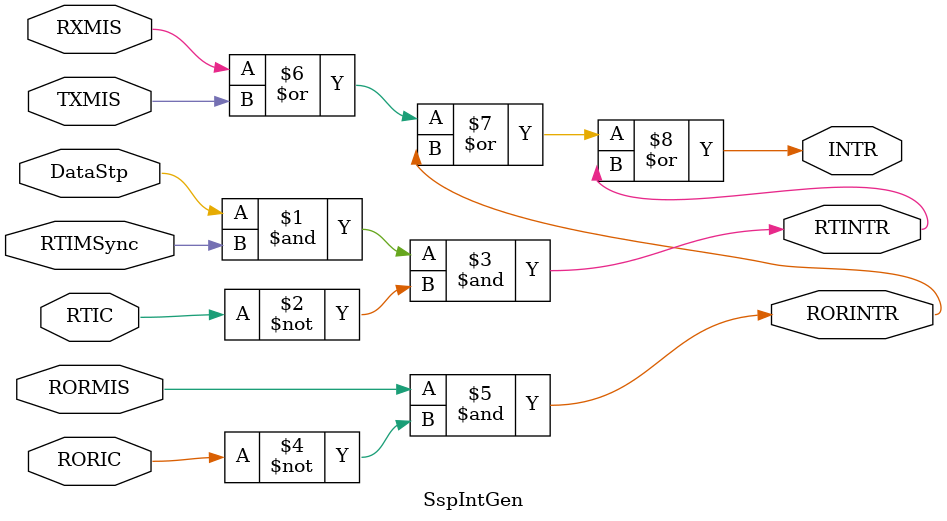
<source format=v>


// -----------------------------------------------------------------------------

// Purpose      : INTR Interrupt generation logic.

// --=========================================================================--

`timescale 1ns/1ps

// -----------------------------------------------------------------------------

module SspIntGen (
                  TXMIS, 
                  RXMIS, 
                  RORMIS,
                  DataStp,
                  RTIMSync,

                  RORIC,
                  RTIC,
                  RORINTR,
                  RTINTR,
                  INTR
                 );

// Inputs
input  TXMIS;    // Tx FIFO Service request
input  RXMIS;    // Rx FIFO Service request
input  RORMIS;   // Rx FIFO Overrun interrupt
input  DataStp;  // Rx TimeOut interrupt input
input  RTIMSync; // Rx TimeOut Interrupt Mask Sync
input  RORIC;    // Rx FIFO Overrun Clear input
input  RTIC;     // Rx TimeOut Clear input

// Outputs
output RORINTR;  // Rx FIFO Overrun interrupt output
output RTINTR;   // RX TimeOut Masked Interrupt output
output INTR;     // Combined interrupt

// -----------------------------------------------------------------------------
//
//                               SspIntGen
//                               =========
//
// -----------------------------------------------------------------------------
//
// Overview
// ========
//
// The combined interrupt INTR is generated as an OR of the individual 
// interrupt sources RXMIS, TXMIS and RORINTR and RTINTR.
// 
// -----------------------------------------------------------------------------

// -----------------------------------------------------------------------------
// Wire declarations
// -----------------------------------------------------------------------------

// -----------------------------------------------------------------------------
// Register  declarations
// -----------------------------------------------------------------------------

// -----------------------------------------------------------------------------
//
// Main body of code
// =================
//
// -----------------------------------------------------------------------------

// ---------------------------------------------------------------------
// -- When the relevant interrupt clear signal is asserted, the
// -- asynchronous interrupt is cleared.  
// ---------------------------------------------------------------------

assign RTINTR  = DataStp & RTIMSync & ~RTIC;
assign RORINTR = RORMIS  & ~RORIC;

// -----------------------------------------------------------------------------
// OR the individual interrupts to generate INTR
// -----------------------------------------------------------------------------
assign INTR = RXMIS | TXMIS | RORINTR | RTINTR;

endmodule

// --============================ End ========================================--












</source>
